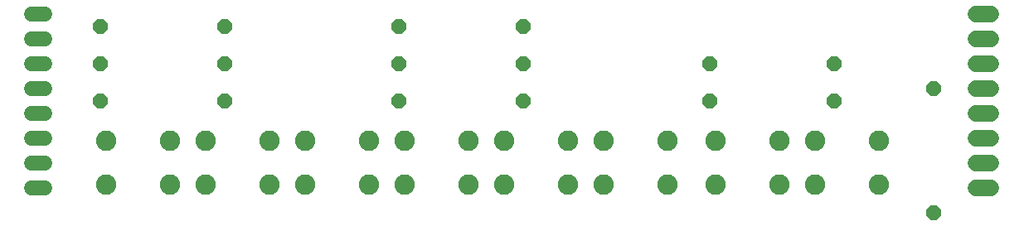
<source format=gbr>
G04 EAGLE Gerber X2 export*
G04 #@! %TF.Part,Single*
G04 #@! %TF.FileFunction,Soldermask,Top,1*
G04 #@! %TF.FilePolarity,Negative*
G04 #@! %TF.GenerationSoftware,Autodesk,EAGLE,9.0.0*
G04 #@! %TF.CreationDate,2019-08-08T19:12:45Z*
G75*
%MOMM*%
%FSLAX34Y34*%
%LPD*%
%AMOC8*
5,1,8,0,0,1.08239X$1,22.5*%
G01*
%ADD10C,1.727200*%
%ADD11C,1.524000*%
%ADD12C,2.082800*%
%ADD13P,1.649562X8X202.500000*%
%ADD14P,1.649562X8X22.500000*%
%ADD15P,1.649562X8X112.500000*%


D10*
X1046480Y50800D02*
X1061720Y50800D01*
X1061720Y76200D02*
X1046480Y76200D01*
X1046480Y101600D02*
X1061720Y101600D01*
X1061720Y127000D02*
X1046480Y127000D01*
X1046480Y152400D02*
X1061720Y152400D01*
X1061720Y177800D02*
X1046480Y177800D01*
X1046480Y203200D02*
X1061720Y203200D01*
X1061720Y228600D02*
X1046480Y228600D01*
D11*
X95504Y228600D02*
X82296Y228600D01*
X82296Y203200D02*
X95504Y203200D01*
X95504Y177800D02*
X82296Y177800D01*
X82296Y152400D02*
X95504Y152400D01*
X95504Y127000D02*
X82296Y127000D01*
X82296Y101600D02*
X95504Y101600D01*
X95504Y76200D02*
X82296Y76200D01*
X82296Y50800D02*
X95504Y50800D01*
D12*
X157988Y98806D03*
X223012Y98806D03*
X157988Y53594D03*
X223012Y53594D03*
X259588Y98806D03*
X324612Y98806D03*
X259588Y53594D03*
X324612Y53594D03*
X361188Y98806D03*
X426212Y98806D03*
X361188Y53594D03*
X426212Y53594D03*
X462788Y98806D03*
X527812Y98806D03*
X462788Y53594D03*
X527812Y53594D03*
X564388Y98806D03*
X629412Y98806D03*
X564388Y53594D03*
X629412Y53594D03*
X665988Y98806D03*
X731012Y98806D03*
X665988Y53594D03*
X731012Y53594D03*
D13*
X279400Y139700D03*
X152400Y139700D03*
D14*
X152400Y177800D03*
X279400Y177800D03*
X152400Y215900D03*
X279400Y215900D03*
D13*
X584200Y139700D03*
X457200Y139700D03*
D14*
X457200Y177800D03*
X584200Y177800D03*
X457200Y215900D03*
X584200Y215900D03*
D12*
X780288Y98806D03*
X845312Y98806D03*
X780288Y53594D03*
X845312Y53594D03*
X881888Y98806D03*
X946912Y98806D03*
X881888Y53594D03*
X946912Y53594D03*
D13*
X901700Y139700D03*
X774700Y139700D03*
D14*
X774700Y177800D03*
X901700Y177800D03*
D15*
X1003300Y25400D03*
X1003300Y152400D03*
M02*

</source>
